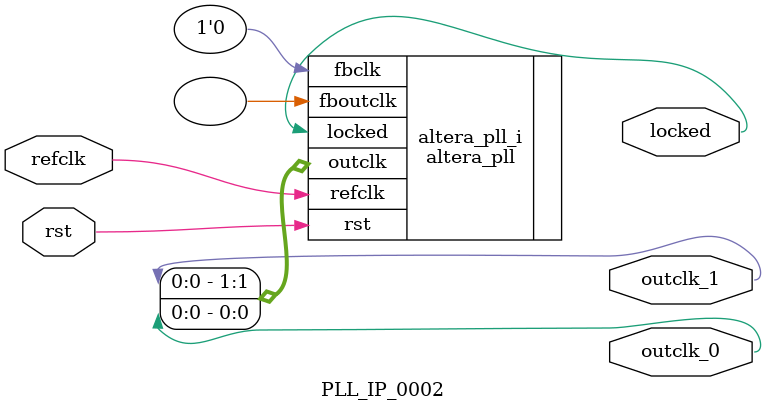
<source format=v>
`timescale 1ns/10ps
module  PLL_IP_0002(

	// interface 'refclk'
	input wire refclk,

	// interface 'reset'
	input wire rst,

	// interface 'outclk0'
	output wire outclk_0,

	// interface 'outclk1'
	output wire outclk_1,

	// interface 'locked'
	output wire locked
);

	altera_pll #(
		.fractional_vco_multiplier("false"),
		.reference_clock_frequency("50.0 MHz"),
		.operation_mode("direct"),
		.number_of_clocks(2),
		.output_clock_frequency0("140.000000 MHz"),
		.phase_shift0("0 ps"),
		.duty_cycle0(50),
		.output_clock_frequency1("10.000000 MHz"),
		.phase_shift1("0 ps"),
		.duty_cycle1(50),
		.output_clock_frequency2("0 MHz"),
		.phase_shift2("0 ps"),
		.duty_cycle2(50),
		.output_clock_frequency3("0 MHz"),
		.phase_shift3("0 ps"),
		.duty_cycle3(50),
		.output_clock_frequency4("0 MHz"),
		.phase_shift4("0 ps"),
		.duty_cycle4(50),
		.output_clock_frequency5("0 MHz"),
		.phase_shift5("0 ps"),
		.duty_cycle5(50),
		.output_clock_frequency6("0 MHz"),
		.phase_shift6("0 ps"),
		.duty_cycle6(50),
		.output_clock_frequency7("0 MHz"),
		.phase_shift7("0 ps"),
		.duty_cycle7(50),
		.output_clock_frequency8("0 MHz"),
		.phase_shift8("0 ps"),
		.duty_cycle8(50),
		.output_clock_frequency9("0 MHz"),
		.phase_shift9("0 ps"),
		.duty_cycle9(50),
		.output_clock_frequency10("0 MHz"),
		.phase_shift10("0 ps"),
		.duty_cycle10(50),
		.output_clock_frequency11("0 MHz"),
		.phase_shift11("0 ps"),
		.duty_cycle11(50),
		.output_clock_frequency12("0 MHz"),
		.phase_shift12("0 ps"),
		.duty_cycle12(50),
		.output_clock_frequency13("0 MHz"),
		.phase_shift13("0 ps"),
		.duty_cycle13(50),
		.output_clock_frequency14("0 MHz"),
		.phase_shift14("0 ps"),
		.duty_cycle14(50),
		.output_clock_frequency15("0 MHz"),
		.phase_shift15("0 ps"),
		.duty_cycle15(50),
		.output_clock_frequency16("0 MHz"),
		.phase_shift16("0 ps"),
		.duty_cycle16(50),
		.output_clock_frequency17("0 MHz"),
		.phase_shift17("0 ps"),
		.duty_cycle17(50),
		.pll_type("General"),
		.pll_subtype("General")
	) altera_pll_i (
		.rst	(rst),
		.outclk	({outclk_1, outclk_0}),
		.locked	(locked),
		.fboutclk	( ),
		.fbclk	(1'b0),
		.refclk	(refclk)
	);
endmodule


</source>
